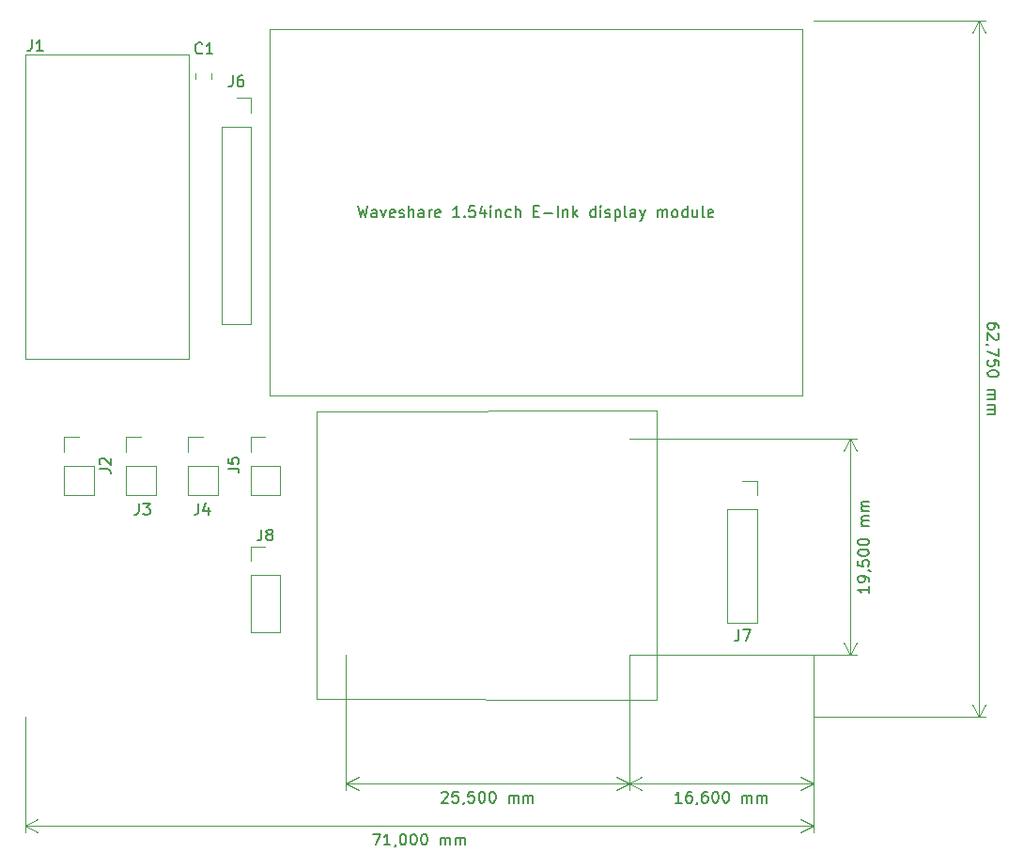
<source format=gto>
G04 #@! TF.GenerationSoftware,KiCad,Pcbnew,(5.1.5)-3*
G04 #@! TF.CreationDate,2020-04-23T23:50:09+02:00*
G04 #@! TF.ProjectId,User_Interface_Board,55736572-5f49-46e7-9465-72666163655f,rev?*
G04 #@! TF.SameCoordinates,Original*
G04 #@! TF.FileFunction,Legend,Top*
G04 #@! TF.FilePolarity,Positive*
%FSLAX46Y46*%
G04 Gerber Fmt 4.6, Leading zero omitted, Abs format (unit mm)*
G04 Created by KiCad (PCBNEW (5.1.5)-3) date 2020-04-23 23:50:09*
%MOMM*%
%LPD*%
G04 APERTURE LIST*
%ADD10C,0.150000*%
%ADD11C,0.120000*%
%ADD12C,0.050000*%
G04 APERTURE END LIST*
D10*
X159309523Y-135522380D02*
X159976190Y-135522380D01*
X159547619Y-136522380D01*
X160880952Y-136522380D02*
X160309523Y-136522380D01*
X160595238Y-136522380D02*
X160595238Y-135522380D01*
X160500000Y-135665238D01*
X160404761Y-135760476D01*
X160309523Y-135808095D01*
X161357142Y-136474761D02*
X161357142Y-136522380D01*
X161309523Y-136617619D01*
X161261904Y-136665238D01*
X161976190Y-135522380D02*
X162071428Y-135522380D01*
X162166666Y-135570000D01*
X162214285Y-135617619D01*
X162261904Y-135712857D01*
X162309523Y-135903333D01*
X162309523Y-136141428D01*
X162261904Y-136331904D01*
X162214285Y-136427142D01*
X162166666Y-136474761D01*
X162071428Y-136522380D01*
X161976190Y-136522380D01*
X161880952Y-136474761D01*
X161833333Y-136427142D01*
X161785714Y-136331904D01*
X161738095Y-136141428D01*
X161738095Y-135903333D01*
X161785714Y-135712857D01*
X161833333Y-135617619D01*
X161880952Y-135570000D01*
X161976190Y-135522380D01*
X162928571Y-135522380D02*
X163023809Y-135522380D01*
X163119047Y-135570000D01*
X163166666Y-135617619D01*
X163214285Y-135712857D01*
X163261904Y-135903333D01*
X163261904Y-136141428D01*
X163214285Y-136331904D01*
X163166666Y-136427142D01*
X163119047Y-136474761D01*
X163023809Y-136522380D01*
X162928571Y-136522380D01*
X162833333Y-136474761D01*
X162785714Y-136427142D01*
X162738095Y-136331904D01*
X162690476Y-136141428D01*
X162690476Y-135903333D01*
X162738095Y-135712857D01*
X162785714Y-135617619D01*
X162833333Y-135570000D01*
X162928571Y-135522380D01*
X163880952Y-135522380D02*
X163976190Y-135522380D01*
X164071428Y-135570000D01*
X164119047Y-135617619D01*
X164166666Y-135712857D01*
X164214285Y-135903333D01*
X164214285Y-136141428D01*
X164166666Y-136331904D01*
X164119047Y-136427142D01*
X164071428Y-136474761D01*
X163976190Y-136522380D01*
X163880952Y-136522380D01*
X163785714Y-136474761D01*
X163738095Y-136427142D01*
X163690476Y-136331904D01*
X163642857Y-136141428D01*
X163642857Y-135903333D01*
X163690476Y-135712857D01*
X163738095Y-135617619D01*
X163785714Y-135570000D01*
X163880952Y-135522380D01*
X165404761Y-136522380D02*
X165404761Y-135855714D01*
X165404761Y-135950952D02*
X165452380Y-135903333D01*
X165547619Y-135855714D01*
X165690476Y-135855714D01*
X165785714Y-135903333D01*
X165833333Y-135998571D01*
X165833333Y-136522380D01*
X165833333Y-135998571D02*
X165880952Y-135903333D01*
X165976190Y-135855714D01*
X166119047Y-135855714D01*
X166214285Y-135903333D01*
X166261904Y-135998571D01*
X166261904Y-136522380D01*
X166738095Y-136522380D02*
X166738095Y-135855714D01*
X166738095Y-135950952D02*
X166785714Y-135903333D01*
X166880952Y-135855714D01*
X167023809Y-135855714D01*
X167119047Y-135903333D01*
X167166666Y-135998571D01*
X167166666Y-136522380D01*
X167166666Y-135998571D02*
X167214285Y-135903333D01*
X167309523Y-135855714D01*
X167452380Y-135855714D01*
X167547619Y-135903333D01*
X167595238Y-135998571D01*
X167595238Y-136522380D01*
D11*
X199000000Y-134800000D02*
X128000000Y-134800000D01*
X199000000Y-125000000D02*
X199000000Y-135386421D01*
X128000000Y-125000000D02*
X128000000Y-135386421D01*
X128000000Y-134800000D02*
X129126504Y-134213579D01*
X128000000Y-134800000D02*
X129126504Y-135386421D01*
X199000000Y-134800000D02*
X197873496Y-134213579D01*
X199000000Y-134800000D02*
X197873496Y-135386421D01*
D10*
X215717619Y-89958333D02*
X215717619Y-89767857D01*
X215670000Y-89672619D01*
X215622380Y-89625000D01*
X215479523Y-89529761D01*
X215289047Y-89482142D01*
X214908095Y-89482142D01*
X214812857Y-89529761D01*
X214765238Y-89577380D01*
X214717619Y-89672619D01*
X214717619Y-89863095D01*
X214765238Y-89958333D01*
X214812857Y-90005952D01*
X214908095Y-90053571D01*
X215146190Y-90053571D01*
X215241428Y-90005952D01*
X215289047Y-89958333D01*
X215336666Y-89863095D01*
X215336666Y-89672619D01*
X215289047Y-89577380D01*
X215241428Y-89529761D01*
X215146190Y-89482142D01*
X215622380Y-90434523D02*
X215670000Y-90482142D01*
X215717619Y-90577380D01*
X215717619Y-90815476D01*
X215670000Y-90910714D01*
X215622380Y-90958333D01*
X215527142Y-91005952D01*
X215431904Y-91005952D01*
X215289047Y-90958333D01*
X214717619Y-90386904D01*
X214717619Y-91005952D01*
X214765238Y-91482142D02*
X214717619Y-91482142D01*
X214622380Y-91434523D01*
X214574761Y-91386904D01*
X215717619Y-91815476D02*
X215717619Y-92482142D01*
X214717619Y-92053571D01*
X215717619Y-93339285D02*
X215717619Y-92863095D01*
X215241428Y-92815476D01*
X215289047Y-92863095D01*
X215336666Y-92958333D01*
X215336666Y-93196428D01*
X215289047Y-93291666D01*
X215241428Y-93339285D01*
X215146190Y-93386904D01*
X214908095Y-93386904D01*
X214812857Y-93339285D01*
X214765238Y-93291666D01*
X214717619Y-93196428D01*
X214717619Y-92958333D01*
X214765238Y-92863095D01*
X214812857Y-92815476D01*
X215717619Y-94005952D02*
X215717619Y-94101190D01*
X215670000Y-94196428D01*
X215622380Y-94244047D01*
X215527142Y-94291666D01*
X215336666Y-94339285D01*
X215098571Y-94339285D01*
X214908095Y-94291666D01*
X214812857Y-94244047D01*
X214765238Y-94196428D01*
X214717619Y-94101190D01*
X214717619Y-94005952D01*
X214765238Y-93910714D01*
X214812857Y-93863095D01*
X214908095Y-93815476D01*
X215098571Y-93767857D01*
X215336666Y-93767857D01*
X215527142Y-93815476D01*
X215622380Y-93863095D01*
X215670000Y-93910714D01*
X215717619Y-94005952D01*
X214717619Y-95529761D02*
X215384285Y-95529761D01*
X215289047Y-95529761D02*
X215336666Y-95577380D01*
X215384285Y-95672619D01*
X215384285Y-95815476D01*
X215336666Y-95910714D01*
X215241428Y-95958333D01*
X214717619Y-95958333D01*
X215241428Y-95958333D02*
X215336666Y-96005952D01*
X215384285Y-96101190D01*
X215384285Y-96244047D01*
X215336666Y-96339285D01*
X215241428Y-96386904D01*
X214717619Y-96386904D01*
X214717619Y-96863095D02*
X215384285Y-96863095D01*
X215289047Y-96863095D02*
X215336666Y-96910714D01*
X215384285Y-97005952D01*
X215384285Y-97148809D01*
X215336666Y-97244047D01*
X215241428Y-97291666D01*
X214717619Y-97291666D01*
X215241428Y-97291666D02*
X215336666Y-97339285D01*
X215384285Y-97434523D01*
X215384285Y-97577380D01*
X215336666Y-97672619D01*
X215241428Y-97720238D01*
X214717619Y-97720238D01*
D11*
X213900000Y-62250000D02*
X213900000Y-125000000D01*
X199000000Y-62250000D02*
X214486421Y-62250000D01*
X199000000Y-125000000D02*
X214486421Y-125000000D01*
X213900000Y-125000000D02*
X213313579Y-123873496D01*
X213900000Y-125000000D02*
X214486421Y-123873496D01*
X213900000Y-62250000D02*
X213313579Y-63376504D01*
X213900000Y-62250000D02*
X214486421Y-63376504D01*
D10*
X187128571Y-132722380D02*
X186557142Y-132722380D01*
X186842857Y-132722380D02*
X186842857Y-131722380D01*
X186747619Y-131865238D01*
X186652380Y-131960476D01*
X186557142Y-132008095D01*
X187985714Y-131722380D02*
X187795238Y-131722380D01*
X187700000Y-131770000D01*
X187652380Y-131817619D01*
X187557142Y-131960476D01*
X187509523Y-132150952D01*
X187509523Y-132531904D01*
X187557142Y-132627142D01*
X187604761Y-132674761D01*
X187700000Y-132722380D01*
X187890476Y-132722380D01*
X187985714Y-132674761D01*
X188033333Y-132627142D01*
X188080952Y-132531904D01*
X188080952Y-132293809D01*
X188033333Y-132198571D01*
X187985714Y-132150952D01*
X187890476Y-132103333D01*
X187700000Y-132103333D01*
X187604761Y-132150952D01*
X187557142Y-132198571D01*
X187509523Y-132293809D01*
X188557142Y-132674761D02*
X188557142Y-132722380D01*
X188509523Y-132817619D01*
X188461904Y-132865238D01*
X189414285Y-131722380D02*
X189223809Y-131722380D01*
X189128571Y-131770000D01*
X189080952Y-131817619D01*
X188985714Y-131960476D01*
X188938095Y-132150952D01*
X188938095Y-132531904D01*
X188985714Y-132627142D01*
X189033333Y-132674761D01*
X189128571Y-132722380D01*
X189319047Y-132722380D01*
X189414285Y-132674761D01*
X189461904Y-132627142D01*
X189509523Y-132531904D01*
X189509523Y-132293809D01*
X189461904Y-132198571D01*
X189414285Y-132150952D01*
X189319047Y-132103333D01*
X189128571Y-132103333D01*
X189033333Y-132150952D01*
X188985714Y-132198571D01*
X188938095Y-132293809D01*
X190128571Y-131722380D02*
X190223809Y-131722380D01*
X190319047Y-131770000D01*
X190366666Y-131817619D01*
X190414285Y-131912857D01*
X190461904Y-132103333D01*
X190461904Y-132341428D01*
X190414285Y-132531904D01*
X190366666Y-132627142D01*
X190319047Y-132674761D01*
X190223809Y-132722380D01*
X190128571Y-132722380D01*
X190033333Y-132674761D01*
X189985714Y-132627142D01*
X189938095Y-132531904D01*
X189890476Y-132341428D01*
X189890476Y-132103333D01*
X189938095Y-131912857D01*
X189985714Y-131817619D01*
X190033333Y-131770000D01*
X190128571Y-131722380D01*
X191080952Y-131722380D02*
X191176190Y-131722380D01*
X191271428Y-131770000D01*
X191319047Y-131817619D01*
X191366666Y-131912857D01*
X191414285Y-132103333D01*
X191414285Y-132341428D01*
X191366666Y-132531904D01*
X191319047Y-132627142D01*
X191271428Y-132674761D01*
X191176190Y-132722380D01*
X191080952Y-132722380D01*
X190985714Y-132674761D01*
X190938095Y-132627142D01*
X190890476Y-132531904D01*
X190842857Y-132341428D01*
X190842857Y-132103333D01*
X190890476Y-131912857D01*
X190938095Y-131817619D01*
X190985714Y-131770000D01*
X191080952Y-131722380D01*
X192604761Y-132722380D02*
X192604761Y-132055714D01*
X192604761Y-132150952D02*
X192652380Y-132103333D01*
X192747619Y-132055714D01*
X192890476Y-132055714D01*
X192985714Y-132103333D01*
X193033333Y-132198571D01*
X193033333Y-132722380D01*
X193033333Y-132198571D02*
X193080952Y-132103333D01*
X193176190Y-132055714D01*
X193319047Y-132055714D01*
X193414285Y-132103333D01*
X193461904Y-132198571D01*
X193461904Y-132722380D01*
X193938095Y-132722380D02*
X193938095Y-132055714D01*
X193938095Y-132150952D02*
X193985714Y-132103333D01*
X194080952Y-132055714D01*
X194223809Y-132055714D01*
X194319047Y-132103333D01*
X194366666Y-132198571D01*
X194366666Y-132722380D01*
X194366666Y-132198571D02*
X194414285Y-132103333D01*
X194509523Y-132055714D01*
X194652380Y-132055714D01*
X194747619Y-132103333D01*
X194795238Y-132198571D01*
X194795238Y-132722380D01*
D11*
X182400000Y-131000000D02*
X199000000Y-131000000D01*
X182400000Y-119400000D02*
X182400000Y-131586421D01*
X199000000Y-119400000D02*
X199000000Y-131586421D01*
X199000000Y-131000000D02*
X197873496Y-131586421D01*
X199000000Y-131000000D02*
X197873496Y-130413579D01*
X182400000Y-131000000D02*
X183526504Y-131586421D01*
X182400000Y-131000000D02*
X183526504Y-130413579D01*
D10*
X204022380Y-113221428D02*
X204022380Y-113792857D01*
X204022380Y-113507142D02*
X203022380Y-113507142D01*
X203165238Y-113602380D01*
X203260476Y-113697619D01*
X203308095Y-113792857D01*
X204022380Y-112745238D02*
X204022380Y-112554761D01*
X203974761Y-112459523D01*
X203927142Y-112411904D01*
X203784285Y-112316666D01*
X203593809Y-112269047D01*
X203212857Y-112269047D01*
X203117619Y-112316666D01*
X203070000Y-112364285D01*
X203022380Y-112459523D01*
X203022380Y-112650000D01*
X203070000Y-112745238D01*
X203117619Y-112792857D01*
X203212857Y-112840476D01*
X203450952Y-112840476D01*
X203546190Y-112792857D01*
X203593809Y-112745238D01*
X203641428Y-112650000D01*
X203641428Y-112459523D01*
X203593809Y-112364285D01*
X203546190Y-112316666D01*
X203450952Y-112269047D01*
X203974761Y-111792857D02*
X204022380Y-111792857D01*
X204117619Y-111840476D01*
X204165238Y-111888095D01*
X203022380Y-110888095D02*
X203022380Y-111364285D01*
X203498571Y-111411904D01*
X203450952Y-111364285D01*
X203403333Y-111269047D01*
X203403333Y-111030952D01*
X203450952Y-110935714D01*
X203498571Y-110888095D01*
X203593809Y-110840476D01*
X203831904Y-110840476D01*
X203927142Y-110888095D01*
X203974761Y-110935714D01*
X204022380Y-111030952D01*
X204022380Y-111269047D01*
X203974761Y-111364285D01*
X203927142Y-111411904D01*
X203022380Y-110221428D02*
X203022380Y-110126190D01*
X203070000Y-110030952D01*
X203117619Y-109983333D01*
X203212857Y-109935714D01*
X203403333Y-109888095D01*
X203641428Y-109888095D01*
X203831904Y-109935714D01*
X203927142Y-109983333D01*
X203974761Y-110030952D01*
X204022380Y-110126190D01*
X204022380Y-110221428D01*
X203974761Y-110316666D01*
X203927142Y-110364285D01*
X203831904Y-110411904D01*
X203641428Y-110459523D01*
X203403333Y-110459523D01*
X203212857Y-110411904D01*
X203117619Y-110364285D01*
X203070000Y-110316666D01*
X203022380Y-110221428D01*
X203022380Y-109269047D02*
X203022380Y-109173809D01*
X203070000Y-109078571D01*
X203117619Y-109030952D01*
X203212857Y-108983333D01*
X203403333Y-108935714D01*
X203641428Y-108935714D01*
X203831904Y-108983333D01*
X203927142Y-109030952D01*
X203974761Y-109078571D01*
X204022380Y-109173809D01*
X204022380Y-109269047D01*
X203974761Y-109364285D01*
X203927142Y-109411904D01*
X203831904Y-109459523D01*
X203641428Y-109507142D01*
X203403333Y-109507142D01*
X203212857Y-109459523D01*
X203117619Y-109411904D01*
X203070000Y-109364285D01*
X203022380Y-109269047D01*
X204022380Y-107745238D02*
X203355714Y-107745238D01*
X203450952Y-107745238D02*
X203403333Y-107697619D01*
X203355714Y-107602380D01*
X203355714Y-107459523D01*
X203403333Y-107364285D01*
X203498571Y-107316666D01*
X204022380Y-107316666D01*
X203498571Y-107316666D02*
X203403333Y-107269047D01*
X203355714Y-107173809D01*
X203355714Y-107030952D01*
X203403333Y-106935714D01*
X203498571Y-106888095D01*
X204022380Y-106888095D01*
X204022380Y-106411904D02*
X203355714Y-106411904D01*
X203450952Y-106411904D02*
X203403333Y-106364285D01*
X203355714Y-106269047D01*
X203355714Y-106126190D01*
X203403333Y-106030952D01*
X203498571Y-105983333D01*
X204022380Y-105983333D01*
X203498571Y-105983333D02*
X203403333Y-105935714D01*
X203355714Y-105840476D01*
X203355714Y-105697619D01*
X203403333Y-105602380D01*
X203498571Y-105554761D01*
X204022380Y-105554761D01*
D11*
X202300000Y-119400000D02*
X202300000Y-99900000D01*
X182400000Y-119400000D02*
X202886421Y-119400000D01*
X182400000Y-99900000D02*
X202886421Y-99900000D01*
X202300000Y-99900000D02*
X202886421Y-101026504D01*
X202300000Y-99900000D02*
X201713579Y-101026504D01*
X202300000Y-119400000D02*
X202886421Y-118273496D01*
X202300000Y-119400000D02*
X201713579Y-118273496D01*
D10*
X165507142Y-131817619D02*
X165554761Y-131770000D01*
X165650000Y-131722380D01*
X165888095Y-131722380D01*
X165983333Y-131770000D01*
X166030952Y-131817619D01*
X166078571Y-131912857D01*
X166078571Y-132008095D01*
X166030952Y-132150952D01*
X165459523Y-132722380D01*
X166078571Y-132722380D01*
X166983333Y-131722380D02*
X166507142Y-131722380D01*
X166459523Y-132198571D01*
X166507142Y-132150952D01*
X166602380Y-132103333D01*
X166840476Y-132103333D01*
X166935714Y-132150952D01*
X166983333Y-132198571D01*
X167030952Y-132293809D01*
X167030952Y-132531904D01*
X166983333Y-132627142D01*
X166935714Y-132674761D01*
X166840476Y-132722380D01*
X166602380Y-132722380D01*
X166507142Y-132674761D01*
X166459523Y-132627142D01*
X167507142Y-132674761D02*
X167507142Y-132722380D01*
X167459523Y-132817619D01*
X167411904Y-132865238D01*
X168411904Y-131722380D02*
X167935714Y-131722380D01*
X167888095Y-132198571D01*
X167935714Y-132150952D01*
X168030952Y-132103333D01*
X168269047Y-132103333D01*
X168364285Y-132150952D01*
X168411904Y-132198571D01*
X168459523Y-132293809D01*
X168459523Y-132531904D01*
X168411904Y-132627142D01*
X168364285Y-132674761D01*
X168269047Y-132722380D01*
X168030952Y-132722380D01*
X167935714Y-132674761D01*
X167888095Y-132627142D01*
X169078571Y-131722380D02*
X169173809Y-131722380D01*
X169269047Y-131770000D01*
X169316666Y-131817619D01*
X169364285Y-131912857D01*
X169411904Y-132103333D01*
X169411904Y-132341428D01*
X169364285Y-132531904D01*
X169316666Y-132627142D01*
X169269047Y-132674761D01*
X169173809Y-132722380D01*
X169078571Y-132722380D01*
X168983333Y-132674761D01*
X168935714Y-132627142D01*
X168888095Y-132531904D01*
X168840476Y-132341428D01*
X168840476Y-132103333D01*
X168888095Y-131912857D01*
X168935714Y-131817619D01*
X168983333Y-131770000D01*
X169078571Y-131722380D01*
X170030952Y-131722380D02*
X170126190Y-131722380D01*
X170221428Y-131770000D01*
X170269047Y-131817619D01*
X170316666Y-131912857D01*
X170364285Y-132103333D01*
X170364285Y-132341428D01*
X170316666Y-132531904D01*
X170269047Y-132627142D01*
X170221428Y-132674761D01*
X170126190Y-132722380D01*
X170030952Y-132722380D01*
X169935714Y-132674761D01*
X169888095Y-132627142D01*
X169840476Y-132531904D01*
X169792857Y-132341428D01*
X169792857Y-132103333D01*
X169840476Y-131912857D01*
X169888095Y-131817619D01*
X169935714Y-131770000D01*
X170030952Y-131722380D01*
X171554761Y-132722380D02*
X171554761Y-132055714D01*
X171554761Y-132150952D02*
X171602380Y-132103333D01*
X171697619Y-132055714D01*
X171840476Y-132055714D01*
X171935714Y-132103333D01*
X171983333Y-132198571D01*
X171983333Y-132722380D01*
X171983333Y-132198571D02*
X172030952Y-132103333D01*
X172126190Y-132055714D01*
X172269047Y-132055714D01*
X172364285Y-132103333D01*
X172411904Y-132198571D01*
X172411904Y-132722380D01*
X172888095Y-132722380D02*
X172888095Y-132055714D01*
X172888095Y-132150952D02*
X172935714Y-132103333D01*
X173030952Y-132055714D01*
X173173809Y-132055714D01*
X173269047Y-132103333D01*
X173316666Y-132198571D01*
X173316666Y-132722380D01*
X173316666Y-132198571D02*
X173364285Y-132103333D01*
X173459523Y-132055714D01*
X173602380Y-132055714D01*
X173697619Y-132103333D01*
X173745238Y-132198571D01*
X173745238Y-132722380D01*
D11*
X156900000Y-131000000D02*
X182400000Y-131000000D01*
X156900000Y-119400000D02*
X156900000Y-131586421D01*
X182400000Y-119400000D02*
X182400000Y-131586421D01*
X182400000Y-131000000D02*
X181273496Y-131586421D01*
X182400000Y-131000000D02*
X181273496Y-130413579D01*
X156900000Y-131000000D02*
X158026504Y-131586421D01*
X156900000Y-131000000D02*
X158026504Y-130413579D01*
D12*
X154240000Y-97420000D02*
X154250000Y-123400000D01*
X184920000Y-97410000D02*
X154240000Y-97420000D01*
X184920000Y-123410000D02*
X154250000Y-123400000D01*
X184920000Y-97410000D02*
X184920000Y-123410000D01*
D10*
X157976190Y-78952380D02*
X158214285Y-79952380D01*
X158404761Y-79238095D01*
X158595238Y-79952380D01*
X158833333Y-78952380D01*
X159642857Y-79952380D02*
X159642857Y-79428571D01*
X159595238Y-79333333D01*
X159500000Y-79285714D01*
X159309523Y-79285714D01*
X159214285Y-79333333D01*
X159642857Y-79904761D02*
X159547619Y-79952380D01*
X159309523Y-79952380D01*
X159214285Y-79904761D01*
X159166666Y-79809523D01*
X159166666Y-79714285D01*
X159214285Y-79619047D01*
X159309523Y-79571428D01*
X159547619Y-79571428D01*
X159642857Y-79523809D01*
X160023809Y-79285714D02*
X160261904Y-79952380D01*
X160500000Y-79285714D01*
X161261904Y-79904761D02*
X161166666Y-79952380D01*
X160976190Y-79952380D01*
X160880952Y-79904761D01*
X160833333Y-79809523D01*
X160833333Y-79428571D01*
X160880952Y-79333333D01*
X160976190Y-79285714D01*
X161166666Y-79285714D01*
X161261904Y-79333333D01*
X161309523Y-79428571D01*
X161309523Y-79523809D01*
X160833333Y-79619047D01*
X161690476Y-79904761D02*
X161785714Y-79952380D01*
X161976190Y-79952380D01*
X162071428Y-79904761D01*
X162119047Y-79809523D01*
X162119047Y-79761904D01*
X162071428Y-79666666D01*
X161976190Y-79619047D01*
X161833333Y-79619047D01*
X161738095Y-79571428D01*
X161690476Y-79476190D01*
X161690476Y-79428571D01*
X161738095Y-79333333D01*
X161833333Y-79285714D01*
X161976190Y-79285714D01*
X162071428Y-79333333D01*
X162547619Y-79952380D02*
X162547619Y-78952380D01*
X162976190Y-79952380D02*
X162976190Y-79428571D01*
X162928571Y-79333333D01*
X162833333Y-79285714D01*
X162690476Y-79285714D01*
X162595238Y-79333333D01*
X162547619Y-79380952D01*
X163880952Y-79952380D02*
X163880952Y-79428571D01*
X163833333Y-79333333D01*
X163738095Y-79285714D01*
X163547619Y-79285714D01*
X163452380Y-79333333D01*
X163880952Y-79904761D02*
X163785714Y-79952380D01*
X163547619Y-79952380D01*
X163452380Y-79904761D01*
X163404761Y-79809523D01*
X163404761Y-79714285D01*
X163452380Y-79619047D01*
X163547619Y-79571428D01*
X163785714Y-79571428D01*
X163880952Y-79523809D01*
X164357142Y-79952380D02*
X164357142Y-79285714D01*
X164357142Y-79476190D02*
X164404761Y-79380952D01*
X164452380Y-79333333D01*
X164547619Y-79285714D01*
X164642857Y-79285714D01*
X165357142Y-79904761D02*
X165261904Y-79952380D01*
X165071428Y-79952380D01*
X164976190Y-79904761D01*
X164928571Y-79809523D01*
X164928571Y-79428571D01*
X164976190Y-79333333D01*
X165071428Y-79285714D01*
X165261904Y-79285714D01*
X165357142Y-79333333D01*
X165404761Y-79428571D01*
X165404761Y-79523809D01*
X164928571Y-79619047D01*
X167119047Y-79952380D02*
X166547619Y-79952380D01*
X166833333Y-79952380D02*
X166833333Y-78952380D01*
X166738095Y-79095238D01*
X166642857Y-79190476D01*
X166547619Y-79238095D01*
X167547619Y-79857142D02*
X167595238Y-79904761D01*
X167547619Y-79952380D01*
X167500000Y-79904761D01*
X167547619Y-79857142D01*
X167547619Y-79952380D01*
X168500000Y-78952380D02*
X168023809Y-78952380D01*
X167976190Y-79428571D01*
X168023809Y-79380952D01*
X168119047Y-79333333D01*
X168357142Y-79333333D01*
X168452380Y-79380952D01*
X168500000Y-79428571D01*
X168547619Y-79523809D01*
X168547619Y-79761904D01*
X168500000Y-79857142D01*
X168452380Y-79904761D01*
X168357142Y-79952380D01*
X168119047Y-79952380D01*
X168023809Y-79904761D01*
X167976190Y-79857142D01*
X169404761Y-79285714D02*
X169404761Y-79952380D01*
X169166666Y-78904761D02*
X168928571Y-79619047D01*
X169547619Y-79619047D01*
X169928571Y-79952380D02*
X169928571Y-79285714D01*
X169928571Y-78952380D02*
X169880952Y-79000000D01*
X169928571Y-79047619D01*
X169976190Y-79000000D01*
X169928571Y-78952380D01*
X169928571Y-79047619D01*
X170404761Y-79285714D02*
X170404761Y-79952380D01*
X170404761Y-79380952D02*
X170452380Y-79333333D01*
X170547619Y-79285714D01*
X170690476Y-79285714D01*
X170785714Y-79333333D01*
X170833333Y-79428571D01*
X170833333Y-79952380D01*
X171738095Y-79904761D02*
X171642857Y-79952380D01*
X171452380Y-79952380D01*
X171357142Y-79904761D01*
X171309523Y-79857142D01*
X171261904Y-79761904D01*
X171261904Y-79476190D01*
X171309523Y-79380952D01*
X171357142Y-79333333D01*
X171452380Y-79285714D01*
X171642857Y-79285714D01*
X171738095Y-79333333D01*
X172166666Y-79952380D02*
X172166666Y-78952380D01*
X172595238Y-79952380D02*
X172595238Y-79428571D01*
X172547619Y-79333333D01*
X172452380Y-79285714D01*
X172309523Y-79285714D01*
X172214285Y-79333333D01*
X172166666Y-79380952D01*
X173833333Y-79428571D02*
X174166666Y-79428571D01*
X174309523Y-79952380D02*
X173833333Y-79952380D01*
X173833333Y-78952380D01*
X174309523Y-78952380D01*
X174738095Y-79571428D02*
X175500000Y-79571428D01*
X175976190Y-79952380D02*
X175976190Y-78952380D01*
X176452380Y-79285714D02*
X176452380Y-79952380D01*
X176452380Y-79380952D02*
X176500000Y-79333333D01*
X176595238Y-79285714D01*
X176738095Y-79285714D01*
X176833333Y-79333333D01*
X176880952Y-79428571D01*
X176880952Y-79952380D01*
X177357142Y-79952380D02*
X177357142Y-78952380D01*
X177452380Y-79571428D02*
X177738095Y-79952380D01*
X177738095Y-79285714D02*
X177357142Y-79666666D01*
X179357142Y-79952380D02*
X179357142Y-78952380D01*
X179357142Y-79904761D02*
X179261904Y-79952380D01*
X179071428Y-79952380D01*
X178976190Y-79904761D01*
X178928571Y-79857142D01*
X178880952Y-79761904D01*
X178880952Y-79476190D01*
X178928571Y-79380952D01*
X178976190Y-79333333D01*
X179071428Y-79285714D01*
X179261904Y-79285714D01*
X179357142Y-79333333D01*
X179833333Y-79952380D02*
X179833333Y-79285714D01*
X179833333Y-78952380D02*
X179785714Y-79000000D01*
X179833333Y-79047619D01*
X179880952Y-79000000D01*
X179833333Y-78952380D01*
X179833333Y-79047619D01*
X180261904Y-79904761D02*
X180357142Y-79952380D01*
X180547619Y-79952380D01*
X180642857Y-79904761D01*
X180690476Y-79809523D01*
X180690476Y-79761904D01*
X180642857Y-79666666D01*
X180547619Y-79619047D01*
X180404761Y-79619047D01*
X180309523Y-79571428D01*
X180261904Y-79476190D01*
X180261904Y-79428571D01*
X180309523Y-79333333D01*
X180404761Y-79285714D01*
X180547619Y-79285714D01*
X180642857Y-79333333D01*
X181119047Y-79285714D02*
X181119047Y-80285714D01*
X181119047Y-79333333D02*
X181214285Y-79285714D01*
X181404761Y-79285714D01*
X181500000Y-79333333D01*
X181547619Y-79380952D01*
X181595238Y-79476190D01*
X181595238Y-79761904D01*
X181547619Y-79857142D01*
X181500000Y-79904761D01*
X181404761Y-79952380D01*
X181214285Y-79952380D01*
X181119047Y-79904761D01*
X182166666Y-79952380D02*
X182071428Y-79904761D01*
X182023809Y-79809523D01*
X182023809Y-78952380D01*
X182976190Y-79952380D02*
X182976190Y-79428571D01*
X182928571Y-79333333D01*
X182833333Y-79285714D01*
X182642857Y-79285714D01*
X182547619Y-79333333D01*
X182976190Y-79904761D02*
X182880952Y-79952380D01*
X182642857Y-79952380D01*
X182547619Y-79904761D01*
X182500000Y-79809523D01*
X182500000Y-79714285D01*
X182547619Y-79619047D01*
X182642857Y-79571428D01*
X182880952Y-79571428D01*
X182976190Y-79523809D01*
X183357142Y-79285714D02*
X183595238Y-79952380D01*
X183833333Y-79285714D02*
X183595238Y-79952380D01*
X183500000Y-80190476D01*
X183452380Y-80238095D01*
X183357142Y-80285714D01*
X184976190Y-79952380D02*
X184976190Y-79285714D01*
X184976190Y-79380952D02*
X185023809Y-79333333D01*
X185119047Y-79285714D01*
X185261904Y-79285714D01*
X185357142Y-79333333D01*
X185404761Y-79428571D01*
X185404761Y-79952380D01*
X185404761Y-79428571D02*
X185452380Y-79333333D01*
X185547619Y-79285714D01*
X185690476Y-79285714D01*
X185785714Y-79333333D01*
X185833333Y-79428571D01*
X185833333Y-79952380D01*
X186452380Y-79952380D02*
X186357142Y-79904761D01*
X186309523Y-79857142D01*
X186261904Y-79761904D01*
X186261904Y-79476190D01*
X186309523Y-79380952D01*
X186357142Y-79333333D01*
X186452380Y-79285714D01*
X186595238Y-79285714D01*
X186690476Y-79333333D01*
X186738095Y-79380952D01*
X186785714Y-79476190D01*
X186785714Y-79761904D01*
X186738095Y-79857142D01*
X186690476Y-79904761D01*
X186595238Y-79952380D01*
X186452380Y-79952380D01*
X187642857Y-79952380D02*
X187642857Y-78952380D01*
X187642857Y-79904761D02*
X187547619Y-79952380D01*
X187357142Y-79952380D01*
X187261904Y-79904761D01*
X187214285Y-79857142D01*
X187166666Y-79761904D01*
X187166666Y-79476190D01*
X187214285Y-79380952D01*
X187261904Y-79333333D01*
X187357142Y-79285714D01*
X187547619Y-79285714D01*
X187642857Y-79333333D01*
X188547619Y-79285714D02*
X188547619Y-79952380D01*
X188119047Y-79285714D02*
X188119047Y-79809523D01*
X188166666Y-79904761D01*
X188261904Y-79952380D01*
X188404761Y-79952380D01*
X188500000Y-79904761D01*
X188547619Y-79857142D01*
X189166666Y-79952380D02*
X189071428Y-79904761D01*
X189023809Y-79809523D01*
X189023809Y-78952380D01*
X189928571Y-79904761D02*
X189833333Y-79952380D01*
X189642857Y-79952380D01*
X189547619Y-79904761D01*
X189500000Y-79809523D01*
X189500000Y-79428571D01*
X189547619Y-79333333D01*
X189642857Y-79285714D01*
X189833333Y-79285714D01*
X189928571Y-79333333D01*
X189976190Y-79428571D01*
X189976190Y-79523809D01*
X189500000Y-79619047D01*
D12*
X198000000Y-63000000D02*
X150000000Y-63000000D01*
X198000000Y-96000000D02*
X198000000Y-63000000D01*
X150000000Y-96000000D02*
X198000000Y-96000000D01*
X150000000Y-63000000D02*
X150000000Y-96000000D01*
D11*
X144710000Y-67486252D02*
X144710000Y-66963748D01*
X143290000Y-67486252D02*
X143290000Y-66963748D01*
X138900000Y-65300000D02*
X128740000Y-65300000D01*
X128740000Y-65300000D02*
X127960000Y-65300000D01*
X142710000Y-70110000D02*
X142710000Y-65300000D01*
X138900000Y-92700000D02*
X128740000Y-92700000D01*
X128740000Y-92700000D02*
X127960000Y-92700000D01*
X142710000Y-92700000D02*
X142710000Y-87890000D01*
X127960000Y-92700000D02*
X127960000Y-65300000D01*
X142710000Y-70110000D02*
X142710000Y-87890000D01*
X138900000Y-92700000D02*
X142710000Y-92700000D01*
X142710000Y-65300000D02*
X138900000Y-65300000D01*
X131470000Y-104970000D02*
X134130000Y-104970000D01*
X131470000Y-102370000D02*
X131470000Y-104970000D01*
X134130000Y-102370000D02*
X134130000Y-104970000D01*
X131470000Y-102370000D02*
X134130000Y-102370000D01*
X131470000Y-101100000D02*
X131470000Y-99770000D01*
X131470000Y-99770000D02*
X132800000Y-99770000D01*
X148270000Y-109630000D02*
X149600000Y-109630000D01*
X148270000Y-110960000D02*
X148270000Y-109630000D01*
X148270000Y-112230000D02*
X150930000Y-112230000D01*
X150930000Y-112230000D02*
X150930000Y-117370000D01*
X148270000Y-112230000D02*
X148270000Y-117370000D01*
X148270000Y-117370000D02*
X150930000Y-117370000D01*
X147000000Y-69170000D02*
X148330000Y-69170000D01*
X148330000Y-69170000D02*
X148330000Y-70500000D01*
X148330000Y-71770000D02*
X148330000Y-89610000D01*
X145670000Y-89610000D02*
X148330000Y-89610000D01*
X145670000Y-71770000D02*
X145670000Y-89610000D01*
X145670000Y-71770000D02*
X148330000Y-71770000D01*
X192600000Y-103690000D02*
X193930000Y-103690000D01*
X193930000Y-103690000D02*
X193930000Y-105020000D01*
X193930000Y-106290000D02*
X193930000Y-116510000D01*
X191270000Y-116510000D02*
X193930000Y-116510000D01*
X191270000Y-106290000D02*
X191270000Y-116510000D01*
X191270000Y-106290000D02*
X193930000Y-106290000D01*
X137070000Y-99770000D02*
X138400000Y-99770000D01*
X137070000Y-101100000D02*
X137070000Y-99770000D01*
X137070000Y-102370000D02*
X139730000Y-102370000D01*
X139730000Y-102370000D02*
X139730000Y-104970000D01*
X137070000Y-102370000D02*
X137070000Y-104970000D01*
X137070000Y-104970000D02*
X139730000Y-104970000D01*
X142670000Y-104970000D02*
X145330000Y-104970000D01*
X142670000Y-102370000D02*
X142670000Y-104970000D01*
X145330000Y-102370000D02*
X145330000Y-104970000D01*
X142670000Y-102370000D02*
X145330000Y-102370000D01*
X142670000Y-101100000D02*
X142670000Y-99770000D01*
X142670000Y-99770000D02*
X144000000Y-99770000D01*
X148270000Y-99770000D02*
X149600000Y-99770000D01*
X148270000Y-101100000D02*
X148270000Y-99770000D01*
X148270000Y-102370000D02*
X150930000Y-102370000D01*
X150930000Y-102370000D02*
X150930000Y-104970000D01*
X148270000Y-102370000D02*
X148270000Y-104970000D01*
X148270000Y-104970000D02*
X150930000Y-104970000D01*
D10*
X143912933Y-65129642D02*
X143865314Y-65177261D01*
X143722457Y-65224880D01*
X143627219Y-65224880D01*
X143484361Y-65177261D01*
X143389123Y-65082023D01*
X143341504Y-64986785D01*
X143293885Y-64796309D01*
X143293885Y-64653452D01*
X143341504Y-64462976D01*
X143389123Y-64367738D01*
X143484361Y-64272500D01*
X143627219Y-64224880D01*
X143722457Y-64224880D01*
X143865314Y-64272500D01*
X143912933Y-64320119D01*
X144865314Y-65224880D02*
X144293885Y-65224880D01*
X144579600Y-65224880D02*
X144579600Y-64224880D01*
X144484361Y-64367738D01*
X144389123Y-64462976D01*
X144293885Y-64510595D01*
X128566666Y-63952380D02*
X128566666Y-64666666D01*
X128519047Y-64809523D01*
X128423809Y-64904761D01*
X128280952Y-64952380D01*
X128185714Y-64952380D01*
X129566666Y-64952380D02*
X128995238Y-64952380D01*
X129280952Y-64952380D02*
X129280952Y-63952380D01*
X129185714Y-64095238D01*
X129090476Y-64190476D01*
X128995238Y-64238095D01*
X134663080Y-102655433D02*
X135377366Y-102655433D01*
X135520223Y-102703052D01*
X135615461Y-102798290D01*
X135663080Y-102941147D01*
X135663080Y-103036385D01*
X134758319Y-102226861D02*
X134710700Y-102179242D01*
X134663080Y-102084004D01*
X134663080Y-101845909D01*
X134710700Y-101750671D01*
X134758319Y-101703052D01*
X134853557Y-101655433D01*
X134948795Y-101655433D01*
X135091652Y-101703052D01*
X135663080Y-102274480D01*
X135663080Y-101655433D01*
X149266666Y-108082380D02*
X149266666Y-108796666D01*
X149219047Y-108939523D01*
X149123809Y-109034761D01*
X148980952Y-109082380D01*
X148885714Y-109082380D01*
X149885714Y-108510952D02*
X149790476Y-108463333D01*
X149742857Y-108415714D01*
X149695238Y-108320476D01*
X149695238Y-108272857D01*
X149742857Y-108177619D01*
X149790476Y-108130000D01*
X149885714Y-108082380D01*
X150076190Y-108082380D01*
X150171428Y-108130000D01*
X150219047Y-108177619D01*
X150266666Y-108272857D01*
X150266666Y-108320476D01*
X150219047Y-108415714D01*
X150171428Y-108463333D01*
X150076190Y-108510952D01*
X149885714Y-108510952D01*
X149790476Y-108558571D01*
X149742857Y-108606190D01*
X149695238Y-108701428D01*
X149695238Y-108891904D01*
X149742857Y-108987142D01*
X149790476Y-109034761D01*
X149885714Y-109082380D01*
X150076190Y-109082380D01*
X150171428Y-109034761D01*
X150219047Y-108987142D01*
X150266666Y-108891904D01*
X150266666Y-108701428D01*
X150219047Y-108606190D01*
X150171428Y-108558571D01*
X150076190Y-108510952D01*
X146666666Y-67182380D02*
X146666666Y-67896666D01*
X146619047Y-68039523D01*
X146523809Y-68134761D01*
X146380952Y-68182380D01*
X146285714Y-68182380D01*
X147571428Y-67182380D02*
X147380952Y-67182380D01*
X147285714Y-67230000D01*
X147238095Y-67277619D01*
X147142857Y-67420476D01*
X147095238Y-67610952D01*
X147095238Y-67991904D01*
X147142857Y-68087142D01*
X147190476Y-68134761D01*
X147285714Y-68182380D01*
X147476190Y-68182380D01*
X147571428Y-68134761D01*
X147619047Y-68087142D01*
X147666666Y-67991904D01*
X147666666Y-67753809D01*
X147619047Y-67658571D01*
X147571428Y-67610952D01*
X147476190Y-67563333D01*
X147285714Y-67563333D01*
X147190476Y-67610952D01*
X147142857Y-67658571D01*
X147095238Y-67753809D01*
X192266666Y-117132380D02*
X192266666Y-117846666D01*
X192219047Y-117989523D01*
X192123809Y-118084761D01*
X191980952Y-118132380D01*
X191885714Y-118132380D01*
X192647619Y-117132380D02*
X193314285Y-117132380D01*
X192885714Y-118132380D01*
X138223866Y-105749080D02*
X138223866Y-106463366D01*
X138176247Y-106606223D01*
X138081009Y-106701461D01*
X137938152Y-106749080D01*
X137842914Y-106749080D01*
X138604819Y-105749080D02*
X139223866Y-105749080D01*
X138890533Y-106130033D01*
X139033390Y-106130033D01*
X139128628Y-106177652D01*
X139176247Y-106225271D01*
X139223866Y-106320509D01*
X139223866Y-106558604D01*
X139176247Y-106653842D01*
X139128628Y-106701461D01*
X139033390Y-106749080D01*
X138747676Y-106749080D01*
X138652438Y-106701461D01*
X138604819Y-106653842D01*
X143583066Y-105749080D02*
X143583066Y-106463366D01*
X143535447Y-106606223D01*
X143440209Y-106701461D01*
X143297352Y-106749080D01*
X143202114Y-106749080D01*
X144487828Y-106082414D02*
X144487828Y-106749080D01*
X144249733Y-105701461D02*
X144011638Y-106415747D01*
X144630685Y-106415747D01*
X146240680Y-102604633D02*
X146954966Y-102604633D01*
X147097823Y-102652252D01*
X147193061Y-102747490D01*
X147240680Y-102890347D01*
X147240680Y-102985585D01*
X146240680Y-101652252D02*
X146240680Y-102128442D01*
X146716871Y-102176061D01*
X146669252Y-102128442D01*
X146621633Y-102033204D01*
X146621633Y-101795109D01*
X146669252Y-101699871D01*
X146716871Y-101652252D01*
X146812109Y-101604633D01*
X147050204Y-101604633D01*
X147145442Y-101652252D01*
X147193061Y-101699871D01*
X147240680Y-101795109D01*
X147240680Y-102033204D01*
X147193061Y-102128442D01*
X147145442Y-102176061D01*
M02*

</source>
